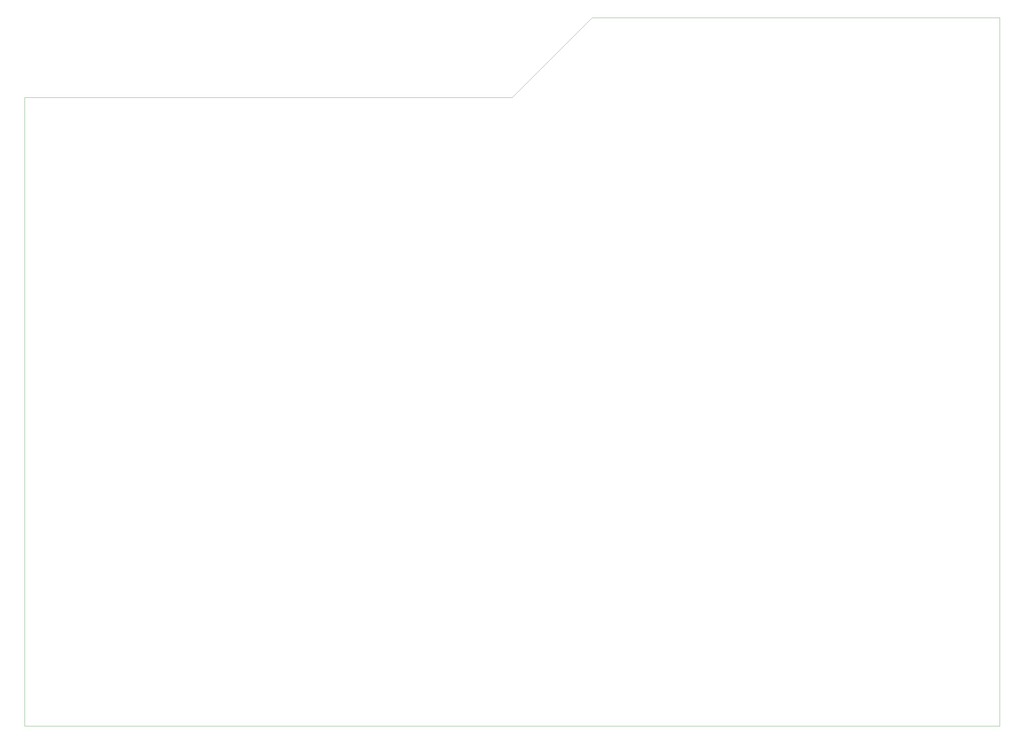
<source format=gbr>
%TF.GenerationSoftware,KiCad,Pcbnew,(6.0.4)*%
%TF.CreationDate,2023-07-24T14:01:24-04:00*%
%TF.ProjectId,BREAD_Loaf,42524541-445f-44c6-9f61-662e6b696361,rev?*%
%TF.SameCoordinates,PX2faf080PYee6b280*%
%TF.FileFunction,Profile,NP*%
%FSLAX46Y46*%
G04 Gerber Fmt 4.6, Leading zero omitted, Abs format (unit mm)*
G04 Created by KiCad (PCBNEW (6.0.4)) date 2023-07-24 14:01:24*
%MOMM*%
%LPD*%
G01*
G04 APERTURE LIST*
%TA.AperFunction,Profile*%
%ADD10C,0.100000*%
%TD*%
G04 APERTURE END LIST*
D10*
X275000000Y0D02*
X0Y0D01*
X0Y177500000D01*
X137500000Y177500000D01*
X160000000Y200000000D01*
X275000000Y200000000D01*
X275000000Y0D01*
M02*

</source>
